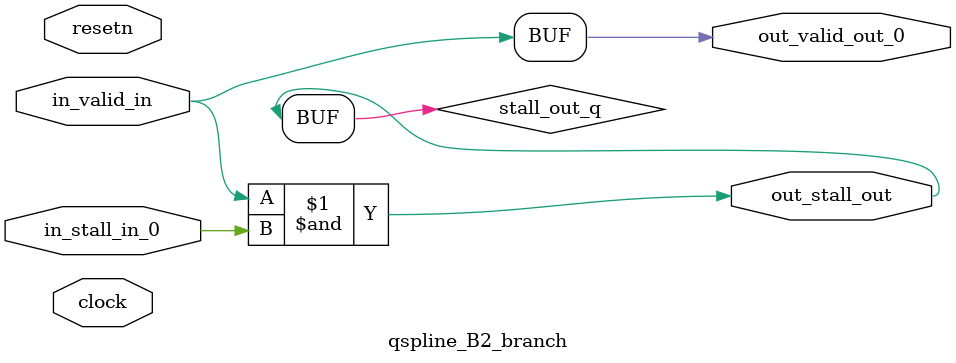
<source format=sv>



(* altera_attribute = "-name AUTO_SHIFT_REGISTER_RECOGNITION OFF; -name MESSAGE_DISABLE 10036; -name MESSAGE_DISABLE 10037; -name MESSAGE_DISABLE 14130; -name MESSAGE_DISABLE 14320; -name MESSAGE_DISABLE 15400; -name MESSAGE_DISABLE 14130; -name MESSAGE_DISABLE 10036; -name MESSAGE_DISABLE 12020; -name MESSAGE_DISABLE 12030; -name MESSAGE_DISABLE 12010; -name MESSAGE_DISABLE 12110; -name MESSAGE_DISABLE 14320; -name MESSAGE_DISABLE 13410; -name MESSAGE_DISABLE 113007; -name MESSAGE_DISABLE 10958" *)
module qspline_B2_branch (
    input wire [0:0] in_stall_in_0,
    input wire [0:0] in_valid_in,
    output wire [0:0] out_stall_out,
    output wire [0:0] out_valid_out_0,
    input wire clock,
    input wire resetn
    );

    wire [0:0] stall_out_q;


    // stall_out(LOGICAL,6)
    assign stall_out_q = in_valid_in & in_stall_in_0;

    // out_stall_out(GPOUT,4)
    assign out_stall_out = stall_out_q;

    // out_valid_out_0(GPOUT,5)
    assign out_valid_out_0 = in_valid_in;

endmodule

</source>
